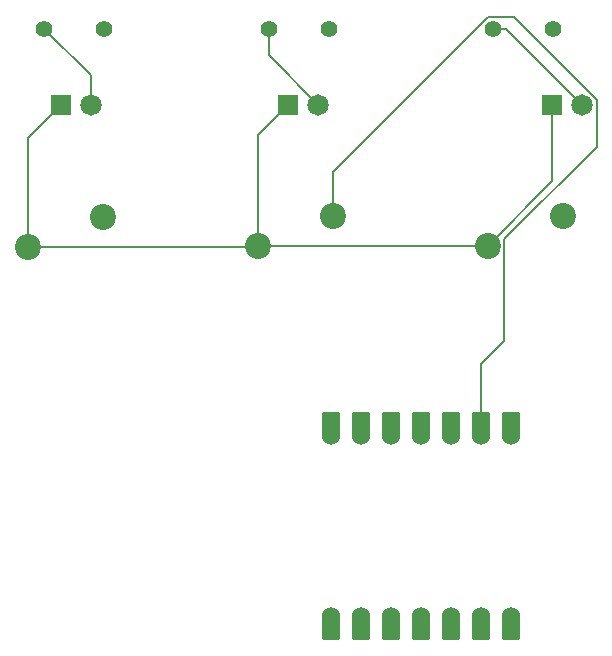
<source format=gbr>
%TF.GenerationSoftware,KiCad,Pcbnew,9.0.5*%
%TF.CreationDate,2025-11-21T19:42:06+02:00*%
%TF.ProjectId,ProtoSwitch,50726f74-6f53-4776-9974-63682e6b6963,rev?*%
%TF.SameCoordinates,Original*%
%TF.FileFunction,Copper,L1,Top*%
%TF.FilePolarity,Positive*%
%FSLAX46Y46*%
G04 Gerber Fmt 4.6, Leading zero omitted, Abs format (unit mm)*
G04 Created by KiCad (PCBNEW 9.0.5) date 2025-11-21 19:42:06*
%MOMM*%
%LPD*%
G01*
G04 APERTURE LIST*
G04 Aperture macros list*
%AMRoundRect*
0 Rectangle with rounded corners*
0 $1 Rounding radius*
0 $2 $3 $4 $5 $6 $7 $8 $9 X,Y pos of 4 corners*
0 Add a 4 corners polygon primitive as box body*
4,1,4,$2,$3,$4,$5,$6,$7,$8,$9,$2,$3,0*
0 Add four circle primitives for the rounded corners*
1,1,$1+$1,$2,$3*
1,1,$1+$1,$4,$5*
1,1,$1+$1,$6,$7*
1,1,$1+$1,$8,$9*
0 Add four rect primitives between the rounded corners*
20,1,$1+$1,$2,$3,$4,$5,0*
20,1,$1+$1,$4,$5,$6,$7,0*
20,1,$1+$1,$6,$7,$8,$9,0*
20,1,$1+$1,$8,$9,$2,$3,0*%
G04 Aperture macros list end*
%TA.AperFunction,SMDPad,CuDef*%
%ADD10RoundRect,0.152400X0.609600X-1.063600X0.609600X1.063600X-0.609600X1.063600X-0.609600X-1.063600X0*%
%TD*%
%TA.AperFunction,ComponentPad*%
%ADD11C,1.524000*%
%TD*%
%TA.AperFunction,SMDPad,CuDef*%
%ADD12RoundRect,0.152400X-0.609600X1.063600X-0.609600X-1.063600X0.609600X-1.063600X0.609600X1.063600X0*%
%TD*%
%TA.AperFunction,ComponentPad*%
%ADD13C,1.815000*%
%TD*%
%TA.AperFunction,ComponentPad*%
%ADD14R,1.815000X1.815000*%
%TD*%
%TA.AperFunction,ComponentPad*%
%ADD15C,1.400000*%
%TD*%
%TA.AperFunction,ComponentPad*%
%ADD16C,2.200000*%
%TD*%
%TA.AperFunction,Conductor*%
%ADD17C,0.200000*%
%TD*%
G04 APERTURE END LIST*
D10*
%TO.P,U1,1,GPIO26/ADC0/A0*%
%TO.N,button1*%
X170851500Y-87045000D03*
D11*
X170851500Y-87880000D03*
D10*
%TO.P,U1,2,GPIO27/ADC1/A1*%
%TO.N,button2*%
X168311500Y-87045000D03*
D11*
X168311500Y-87880000D03*
D10*
%TO.P,U1,3,GPIO28/ADC2/A2*%
%TO.N,button3*%
X165771500Y-87045000D03*
D11*
X165771500Y-87880000D03*
D10*
%TO.P,U1,4,GPIO29/ADC3/A3*%
%TO.N,Led1*%
X163231500Y-87045000D03*
D11*
X163231500Y-87880000D03*
D10*
%TO.P,U1,5,GPIO6/SDA*%
%TO.N,Led2*%
X160691500Y-87045000D03*
D11*
X160691500Y-87880000D03*
D10*
%TO.P,U1,6,GPIO7/SCL*%
%TO.N,Led3*%
X158151500Y-87045000D03*
D11*
X158151500Y-87880000D03*
D10*
%TO.P,U1,7,GPIO0/TX*%
%TO.N,unconnected-(U1-GPIO0{slash}TX-Pad7)*%
X155611500Y-87045000D03*
D11*
X155611500Y-87880000D03*
%TO.P,U1,8,GPIO1/RX*%
%TO.N,unconnected-(U1-GPIO1{slash}RX-Pad8)*%
X155611500Y-103120000D03*
D12*
X155611500Y-103955000D03*
D11*
%TO.P,U1,9,GPIO2/SCK*%
%TO.N,unconnected-(U1-GPIO2{slash}SCK-Pad9)*%
X158151500Y-103120000D03*
D12*
X158151500Y-103955000D03*
D11*
%TO.P,U1,10,GPIO4/MISO*%
%TO.N,unconnected-(U1-GPIO4{slash}MISO-Pad10)*%
X160691500Y-103120000D03*
D12*
X160691500Y-103955000D03*
D11*
%TO.P,U1,11,GPIO3/MOSI*%
%TO.N,unconnected-(U1-GPIO3{slash}MOSI-Pad11)*%
X163231500Y-103120000D03*
D12*
X163231500Y-103955000D03*
D11*
%TO.P,U1,12,3V3*%
%TO.N,unconnected-(U1-3V3-Pad12)*%
X165771500Y-103120000D03*
D12*
X165771500Y-103955000D03*
D11*
%TO.P,U1,13,GND*%
%TO.N,GND*%
X168311500Y-103120000D03*
D12*
X168311500Y-103955000D03*
D11*
%TO.P,U1,14,VBUS*%
%TO.N,unconnected-(U1-VBUS-Pad14)*%
X170851500Y-103120000D03*
D12*
X170851500Y-103955000D03*
%TD*%
D13*
%TO.P,D3,A*%
%TO.N,Net-(D3-PadA)*%
X176851500Y-59880000D03*
D14*
%TO.P,D3,C*%
%TO.N,GND*%
X174311500Y-59880000D03*
%TD*%
D15*
%TO.P,R1,2*%
%TO.N,Led1*%
X136391500Y-53380000D03*
%TO.P,R1,1*%
%TO.N,Net-(D1-PadA)*%
X131311500Y-53380000D03*
%TD*%
D13*
%TO.P,D1,A*%
%TO.N,Net-(D1-PadA)*%
X135231500Y-59806500D03*
D14*
%TO.P,D1,C*%
%TO.N,GND*%
X132691500Y-59806500D03*
%TD*%
D16*
%TO.P,SW3,1,1*%
%TO.N,button3*%
X175191500Y-69226500D03*
%TO.P,SW3,2,2*%
%TO.N,GND*%
X168841500Y-71766500D03*
%TD*%
%TO.P,SW2,1,1*%
%TO.N,button2*%
X155771500Y-69226500D03*
%TO.P,SW2,2,2*%
%TO.N,GND*%
X149421500Y-71766500D03*
%TD*%
%TO.P,SW1,1,1*%
%TO.N,button1*%
X136231500Y-69306500D03*
%TO.P,SW1,2,2*%
%TO.N,GND*%
X129881500Y-71846500D03*
%TD*%
D15*
%TO.P,R3,1*%
%TO.N,Net-(D3-PadA)*%
X169311500Y-53380000D03*
%TO.P,R3,2*%
%TO.N,Led3*%
X174391500Y-53380000D03*
%TD*%
%TO.P,R2,1*%
%TO.N,Net-(D2-PadA)*%
X150311500Y-53380000D03*
%TO.P,R2,2*%
%TO.N,Led2*%
X155391500Y-53380000D03*
%TD*%
D14*
%TO.P,D2,C*%
%TO.N,GND*%
X151961500Y-59806500D03*
D13*
%TO.P,D2,A*%
%TO.N,Net-(D2-PadA)*%
X154501500Y-59806500D03*
%TD*%
D17*
%TO.N,button2*%
X168311500Y-81766500D02*
X168311500Y-87880000D01*
X170242500Y-79835500D02*
X168311500Y-81766500D01*
X170242500Y-71186186D02*
X170242500Y-79835500D01*
X178060000Y-63368686D02*
X170242500Y-71186186D01*
X178060000Y-59379422D02*
X178060000Y-63368686D01*
X171059578Y-52379000D02*
X178060000Y-59379422D01*
X168896872Y-52379000D02*
X171059578Y-52379000D01*
X155771500Y-65504372D02*
X168896872Y-52379000D01*
X155771500Y-69226500D02*
X155771500Y-65504372D01*
%TO.N,Net-(D3-PadA)*%
X170351500Y-53380000D02*
X176851500Y-59880000D01*
X169311500Y-53380000D02*
X170351500Y-53380000D01*
%TO.N,Net-(D1-PadA)*%
X135231500Y-57300000D02*
X135231500Y-59806500D01*
X131311500Y-53380000D02*
X135231500Y-57300000D01*
%TO.N,Net-(D2-PadA)*%
X150311500Y-55616500D02*
X154501500Y-59806500D01*
X150311500Y-53380000D02*
X150311500Y-55616500D01*
%TO.N,GND*%
X168841500Y-71766500D02*
X149421500Y-71766500D01*
X149341500Y-71846500D02*
X149421500Y-71766500D01*
X129881500Y-71846500D02*
X149341500Y-71846500D01*
X129881500Y-62616500D02*
X132691500Y-59806500D01*
X129881500Y-71846500D02*
X129881500Y-62616500D01*
X149421500Y-62346500D02*
X151961500Y-59806500D01*
X149421500Y-71766500D02*
X149421500Y-62346500D01*
X174311500Y-66296500D02*
X174311500Y-59880000D01*
X168841500Y-71766500D02*
X174311500Y-66296500D01*
%TD*%
M02*

</source>
